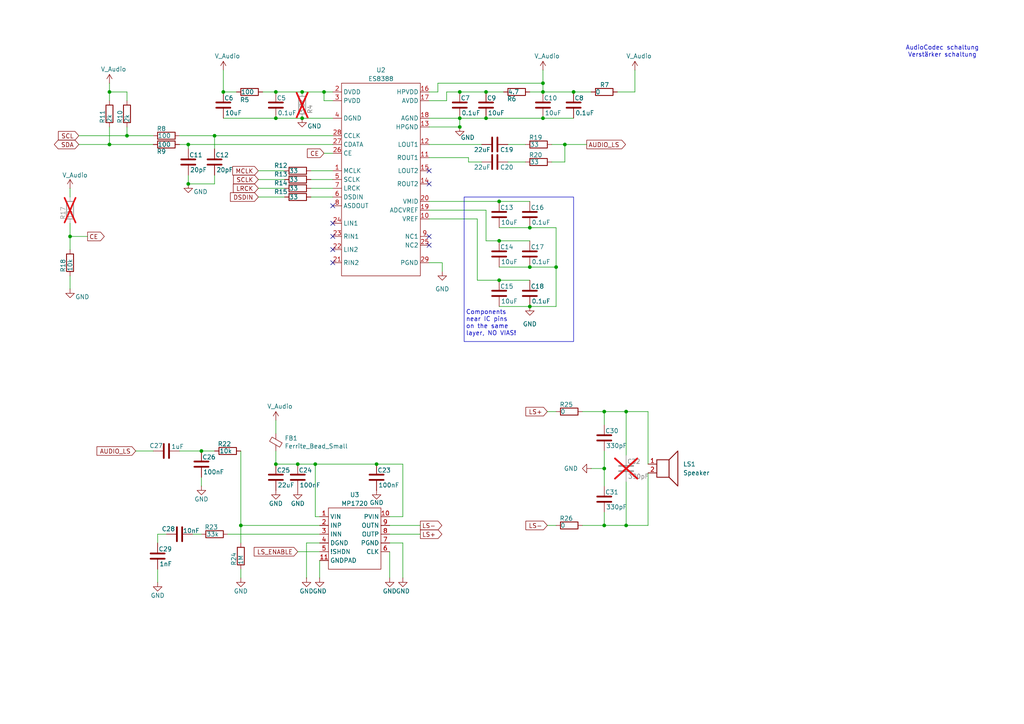
<source format=kicad_sch>
(kicad_sch (version 20231120) (generator "eeschema") (generator_version "8.0")
  (paper "A4")
  (lib_symbols
    (symbol "Device:C" (pin_numbers hide) (pin_names (offset 0.254))
      (property "Reference" "C" (at 0.635 2.54 0))
      (property "Value" "C" (at 0.635 -2.54 0))
      (symbol "C_0_1"
        (polyline (pts (xy -2.032 -0.762) (xy 2.032 -0.762)) (stroke (width 0.508)))
        (polyline (pts (xy -2.032 0.762) (xy 2.032 0.762)) (stroke (width 0.508)))
      )
      (symbol "C_1_1"
        (pin passive line (at 0 3.81 270) (length 2.794) (name "~") (number "1"))
        (pin passive line (at 0 -3.81 90) (length 2.794) (name "~") (number "2"))
      )
    )
    (symbol "Device:FerriteBead_Small" (pin_numbers hide) (pin_names (offset 0))
      (property "Reference" "FB" (at 1.905 1.27 0))
      (property "Value" "FerriteBead_Small" (at 1.905 -1.27 0))
      (symbol "FerriteBead_Small_0_1"
        (polyline (pts (xy 0 -1.27) (xy 0 -0.7874)))
        (polyline (pts (xy 0 0.889) (xy 0 1.2954)))
        (polyline (pts (xy -1.8288 0.2794) (xy -1.1176 1.4986) (xy 1.8288 -0.2032) (xy 1.1176 -1.4224) (xy -1.8288 0.2794)))
      )
      (symbol "FerriteBead_Small_1_1"
        (pin passive line (at 0 2.54 270) (length 1.27) (name "~") (number "1"))
        (pin passive line (at 0 -2.54 90) (length 1.27) (name "~") (number "2"))
      )
    )
    (symbol "Device:R" (pin_numbers hide) (pin_names (offset 0))
      (property "Reference" "R" (at 2.032 0 90))
      (property "Value" "R" (at 0 0 90))
      (symbol "R_0_1"
        (rectangle (start -1.016 -2.54) (end 1.016 2.54) (stroke (width 0.254)))
      )
      (symbol "R_1_1"
        (pin passive line (at 0 3.81 270) (length 1.27) (name "~") (number "1"))
        (pin passive line (at 0 -3.81 90) (length 1.27) (name "~") (number "2"))
      )
    )
    (symbol "Device:Speaker" (pin_names (offset 0) hide)
      (property "Reference" "LS" (at 1.27 5.715 0))
      (property "Value" "Speaker" (at 1.27 3.81 0))
      (symbol "Speaker_0_0"
        (rectangle (start -2.54 1.27) (end 1.016 -3.81) (stroke (width 0.254)))
        (polyline (pts (xy 1.016 1.27) (xy 3.556 3.81) (xy 3.556 -6.35) (xy 1.016 -3.81)) (stroke (width 0.254)))
      )
      (symbol "Speaker_1_1"
        (pin input line (at -5.08 0 0) (length 2.54) (name "1") (number "1"))
        (pin input line (at -5.08 -2.54 0) (length 2.54) (name "2") (number "2"))
      )
    )
    (symbol "Library:ES8388"
      (property "Reference" "U" (at 0 12.954 0))
      (property "Value" "ES8388" (at -0.254 -42.418 0))
      (symbol "ES8388_0_1"
        (rectangle (start -11.43 11.43) (end 11.43 -44.45))
      )
      (symbol "ES8388_1_1"
        (pin input line (at -13.97 -13.97 0) (length 2.54) (name "MCLK") (number "1"))
        (pin input line (at 13.97 -27.94 180) (length 2.54) (name "VREF") (number "10"))
        (pin input line (at 13.97 -10.16 180) (length 2.54) (name "ROUT1") (number "11"))
        (pin input line (at 13.97 -6.35 180) (length 2.54) (name "LOUT1") (number "12"))
        (pin power_in line (at 13.97 -1.27 180) (length 2.54) (name "HPGND") (number "13"))
        (pin input line (at 13.97 -17.78 180) (length 2.54) (name "ROUT2") (number "14"))
        (pin input line (at 13.97 -13.97 180) (length 2.54) (name "LOUT2") (number "15"))
        (pin power_in line (at 13.97 8.89 180) (length 2.54) (name "HPVDD") (number "16"))
        (pin power_in line (at 13.97 6.35 180) (length 2.54) (name "AVDD") (number "17"))
        (pin power_in line (at 13.97 1.27 180) (length 2.54) (name "AGND") (number "18"))
        (pin input line (at 13.97 -25.4 180) (length 2.54) (name "ADCVREF") (number "19"))
        (pin power_in line (at -13.97 8.89 0) (length 2.54) (name "DVDD") (number "2"))
        (pin input line (at 13.97 -22.86 180) (length 2.54) (name "VMID") (number "20"))
        (pin input line (at -13.97 -40.64 0) (length 2.54) (name "RIN2") (number "21"))
        (pin input line (at -13.97 -36.83 0) (length 2.54) (name "LIN2") (number "22"))
        (pin input line (at -13.97 -33.02 0) (length 2.54) (name "RIN1") (number "23"))
        (pin input line (at -13.97 -29.21 0) (length 2.54) (name "LIN1") (number "24"))
        (pin input line (at 13.97 -35.56 180) (length 2.54) (name "NC2") (number "25"))
        (pin input line (at -13.97 -8.89 0) (length 2.54) (name "CE") (number "26"))
        (pin input line (at -13.97 -6.35 0) (length 2.54) (name "CDATA") (number "27"))
        (pin input line (at -13.97 -3.81 0) (length 2.54) (name "CCLK") (number "28"))
        (pin power_in line (at 13.97 -40.64 180) (length 2.54) (name "PGND") (number "29"))
        (pin power_in line (at -13.97 6.35 0) (length 2.54) (name "PVDD") (number "3"))
        (pin power_in line (at -13.97 1.27 0) (length 2.54) (name "DGND") (number "4"))
        (pin input line (at -13.97 -16.51 0) (length 2.54) (name "SCLK") (number "5"))
        (pin input line (at -13.97 -21.59 0) (length 2.54) (name "DSDIN") (number "6"))
        (pin input line (at -13.97 -19.05 0) (length 2.54) (name "LRCK") (number "7"))
        (pin input line (at -13.97 -24.13 0) (length 2.54) (name "ASDOUT") (number "8"))
        (pin input line (at 13.97 -33.02 180) (length 2.54) (name "NC1") (number "9"))
      )
    )
    (symbol "Library:NS4150"
      (property "Reference" "U" (at 0 7.874 0))
      (property "Value" "NS4150" (at -0.254 -12.7 0))
      (symbol "NS4150_0_1"
        (rectangle (start -7.62 6.35) (end 7.62 -11.43))
      )
      (symbol "NS4150_1_1"
        (pin power_in line (at -10.16 3.81 0) (length 2.54) (name "VIN") (number "1"))
        (pin power_in line (at 10.16 3.81 180) (length 2.54) (name "PVIN") (number "10"))
        (pin power_in line (at -10.16 -8.89 0) (length 2.54) (name "GNDPAD") (number "11"))
        (pin input line (at -10.16 1.27 0) (length 2.54) (name "INP") (number "2"))
        (pin input line (at -10.16 -1.27 0) (length 2.54) (name "INN") (number "3"))
        (pin input line (at -10.16 -3.81 0) (length 2.54) (name "DGND") (number "4"))
        (pin input line (at -10.16 -6.35 0) (length 2.54) (name "!SHDN") (number "5"))
        (pin input line (at 10.16 -6.35 180) (length 2.54) (name "CLK") (number "6"))
        (pin power_in line (at 10.16 -3.81 180) (length 2.54) (name "PGND") (number "7"))
        (pin input line (at 10.16 -1.27 180) (length 2.54) (name "OUTP") (number "8"))
        (pin input line (at 10.16 1.27 180) (length 2.54) (name "OUTN") (number "9"))
      )
    )
    (symbol "power:+3.3V" (power) (pin_numbers hide) (pin_names (offset 0) hide)
      (property "Value" "+3.3V" (at 0 3.556 0))
      (symbol "+3.3V_0_1"
        (polyline (pts (xy -0.762 1.27) (xy 0 2.54)))
        (polyline (pts (xy 0 0) (xy 0 2.54)))
        (polyline (pts (xy 0 2.54) (xy 0.762 1.27)))
      )
      (symbol "+3.3V_1_1"
        (pin power_in line (at 0 0 90) (length 0) (name "~") (number "1"))
      )
    )
    (symbol "power:GND" (power) (pin_numbers hide) (pin_names (offset 0) hide)
      (property "Value" "GND" (at 0 -3.81 0))
      (symbol "GND_0_1"
        (polyline (pts (xy 0 0) (xy 0 -1.27) (xy 1.27 -1.27) (xy 0 -2.54) (xy -1.27 -1.27) (xy 0 -1.27)))
      )
      (symbol "GND_1_1"
        (pin power_in line (at 0 0 270) (length 0) (name "~") (number "1"))
      )
    )
  )
  (junction (at 161.29 77.47))
  (junction (at 144.78 69.85))
  (junction (at 181.61 152.4))
  (junction (at 140.97 34.29))
  (junction (at 64.77 26.67))
  (junction (at 153.67 88.9))
  (junction (at 69.85 152.4))
  (junction (at 20.32 68.58))
  (junction (at 153.67 77.47))
  (junction (at 175.26 119.38))
  (junction (at 54.61 53.34))
  (junction (at 91.44 134.62))
  (junction (at 109.22 134.62))
  (junction (at 87.63 26.67))
  (junction (at 144.78 81.28))
  (junction (at 166.37 26.67))
  (junction (at 133.35 26.67))
  (junction (at 80.01 26.67))
  (junction (at 86.36 134.62))
  (junction (at 157.48 24.13))
  (junction (at 133.35 34.29))
  (junction (at 157.48 34.29))
  (junction (at 133.35 36.83))
  (junction (at 175.26 152.4))
  (junction (at 80.01 34.29))
  (junction (at 181.61 119.38))
  (junction (at 62.23 39.37))
  (junction (at 163.83 41.91))
  (junction (at 140.97 26.67))
  (junction (at 31.75 41.91))
  (junction (at 80.01 134.62))
  (junction (at 144.78 58.42))
  (junction (at 87.63 34.29))
  (junction (at 31.75 26.67))
  (junction (at 36.83 39.37))
  (junction (at 153.67 66.04))
  (junction (at 58.42 130.81))
  (junction (at 54.61 41.91))
  (junction (at 157.48 26.67))
  (junction (at 93.98 26.67))
  (junction (at 175.26 135.89))
  (no_connect (at 124.46 53.34))
  (no_connect (at 124.46 68.58))
  (no_connect (at 96.52 64.77))
  (no_connect (at 124.46 71.12))
  (no_connect (at 124.46 49.53))
  (no_connect (at 96.52 59.69))
  (no_connect (at 96.52 68.58))
  (no_connect (at 96.52 76.2))
  (no_connect (at 96.52 72.39))
  (wire (pts (xy 69.85 157.48) (xy 69.85 152.4)))
  (wire (pts (xy 69.85 165.1) (xy 69.85 167.64)))
  (wire (pts (xy 22.86 41.91) (xy 31.75 41.91)))
  (wire (pts (xy 166.37 26.67) (xy 171.45 26.67)))
  (wire (pts (xy 116.84 134.62) (xy 109.22 134.62)))
  (wire (pts (xy 62.23 39.37) (xy 62.23 43.18)))
  (wire (pts (xy 181.61 139.7) (xy 181.61 152.4)))
  (wire (pts (xy 124.46 34.29) (xy 133.35 34.29)))
  (wire (pts (xy 124.46 29.21) (xy 129.54 29.21)))
  (wire (pts (xy 58.42 140.97) (xy 58.42 138.43)))
  (wire (pts (xy 93.98 29.21) (xy 93.98 26.67)))
  (wire (pts (xy 187.96 119.38) (xy 181.61 119.38)))
  (wire (pts (xy 66.04 154.94) (xy 92.71 154.94)))
  (wire (pts (xy 160.02 46.99) (xy 163.83 46.99)))
  (wire (pts (xy 124.46 26.67) (xy 127 26.67)))
  (wire (pts (xy 168.91 152.4) (xy 175.26 152.4)))
  (wire (pts (xy 133.35 26.67) (xy 140.97 26.67)))
  (wire (pts (xy 153.67 26.67) (xy 157.48 26.67)))
  (wire (pts (xy 88.9 157.48) (xy 88.9 167.64)))
  (wire (pts (xy 31.75 26.67) (xy 36.83 26.67)))
  (wire (pts (xy 91.44 134.62) (xy 91.44 149.86)))
  (wire (pts (xy 44.45 39.37) (xy 36.83 39.37)))
  (wire (pts (xy 144.78 81.28) (xy 153.67 81.28)))
  (wire (pts (xy 179.07 26.67) (xy 184.15 26.67)))
  (wire (pts (xy 64.77 34.29) (xy 80.01 34.29)))
  (wire (pts (xy 175.26 130.81) (xy 175.26 135.89)))
  (wire (pts (xy 90.17 52.07) (xy 96.52 52.07)))
  (wire (pts (xy 116.84 157.48) (xy 116.84 167.64)))
  (wire (pts (xy 113.03 149.86) (xy 116.84 149.86)))
  (wire (pts (xy 144.78 66.04) (xy 153.67 66.04)))
  (wire (pts (xy 129.54 26.67) (xy 133.35 26.67)))
  (wire (pts (xy 92.71 149.86) (xy 91.44 149.86)))
  (wire (pts (xy 58.42 130.81) (xy 62.23 130.81)))
  (wire (pts (xy 144.78 88.9) (xy 153.67 88.9)))
  (wire (pts (xy 121.92 154.94) (xy 113.03 154.94)))
  (wire (pts (xy 144.78 58.42) (xy 153.67 58.42)))
  (wire (pts (xy 74.93 49.53) (xy 82.55 49.53)))
  (wire (pts (xy 187.96 134.62) (xy 187.96 119.38)))
  (wire (pts (xy 175.26 119.38) (xy 175.26 123.19)))
  (wire (pts (xy 54.61 43.18) (xy 54.61 41.91)))
  (wire (pts (xy 157.48 24.13) (xy 157.48 26.67)))
  (wire (pts (xy 93.98 44.45) (xy 96.52 44.45)))
  (wire (pts (xy 45.72 157.48) (xy 45.72 154.94)))
  (wire (pts (xy 87.63 26.67) (xy 93.98 26.67)))
  (wire (pts (xy 74.93 52.07) (xy 82.55 52.07)))
  (wire (pts (xy 161.29 77.47) (xy 161.29 88.9)))
  (wire (pts (xy 20.32 64.77) (xy 20.32 68.58)))
  (wire (pts (xy 153.67 77.47) (xy 161.29 77.47)))
  (wire (pts (xy 160.02 41.91) (xy 163.83 41.91)))
  (wire (pts (xy 80.01 121.92) (xy 80.01 125.73)))
  (wire (pts (xy 90.17 54.61) (xy 96.52 54.61)))
  (wire (pts (xy 181.61 132.08) (xy 181.61 119.38)))
  (wire (pts (xy 113.03 160.02) (xy 113.03 167.64)))
  (wire (pts (xy 157.48 20.32) (xy 157.48 24.13)))
  (wire (pts (xy 36.83 39.37) (xy 36.83 36.83)))
  (wire (pts (xy 175.26 148.59) (xy 175.26 152.4)))
  (wire (pts (xy 31.75 36.83) (xy 31.75 41.91)))
  (wire (pts (xy 92.71 162.56) (xy 92.71 167.64)))
  (wire (pts (xy 86.36 160.02) (xy 92.71 160.02)))
  (wire (pts (xy 20.32 54.61) (xy 20.32 57.15)))
  (wire (pts (xy 90.17 49.53) (xy 96.52 49.53)))
  (wire (pts (xy 80.01 130.81) (xy 80.01 134.62)))
  (wire (pts (xy 124.46 58.42) (xy 144.78 58.42)))
  (wire (pts (xy 175.26 152.4) (xy 181.61 152.4)))
  (wire (pts (xy 128.27 78.74) (xy 128.27 76.2)))
  (wire (pts (xy 69.85 130.81) (xy 69.85 152.4)))
  (wire (pts (xy 144.78 77.47) (xy 153.67 77.47)))
  (wire (pts (xy 163.83 46.99) (xy 163.83 41.91)))
  (wire (pts (xy 124.46 63.5) (xy 138.43 63.5)))
  (wire (pts (xy 187.96 152.4) (xy 181.61 152.4)))
  (wire (pts (xy 129.54 29.21) (xy 129.54 26.67)))
  (wire (pts (xy 135.89 45.72) (xy 135.89 46.99)))
  (wire (pts (xy 124.46 36.83) (xy 133.35 36.83)))
  (wire (pts (xy 147.32 41.91) (xy 152.4 41.91)))
  (wire (pts (xy 69.85 152.4) (xy 92.71 152.4)))
  (wire (pts (xy 31.75 24.13) (xy 31.75 26.67)))
  (wire (pts (xy 52.07 39.37) (xy 62.23 39.37)))
  (wire (pts (xy 74.93 57.15) (xy 82.55 57.15)))
  (wire (pts (xy 144.78 69.85) (xy 153.67 69.85)))
  (wire (pts (xy 22.86 39.37) (xy 36.83 39.37)))
  (wire (pts (xy 133.35 36.83) (xy 133.35 34.29)))
  (wire (pts (xy 76.2 26.67) (xy 80.01 26.67)))
  (wire (pts (xy 64.77 26.67) (xy 68.58 26.67)))
  (wire (pts (xy 45.72 168.91) (xy 45.72 165.1)))
  (wire (pts (xy 62.23 53.34) (xy 62.23 50.8)))
  (wire (pts (xy 54.61 41.91) (xy 96.52 41.91)))
  (wire (pts (xy 175.26 135.89) (xy 171.45 135.89)))
  (wire (pts (xy 39.37 130.81) (xy 44.45 130.81)))
  (wire (pts (xy 52.07 130.81) (xy 58.42 130.81)))
  (wire (pts (xy 175.26 119.38) (xy 181.61 119.38)))
  (wire (pts (xy 161.29 66.04) (xy 161.29 77.47)))
  (wire (pts (xy 133.35 34.29) (xy 140.97 34.29)))
  (wire (pts (xy 124.46 45.72) (xy 135.89 45.72)))
  (wire (pts (xy 20.32 68.58) (xy 20.32 72.39)))
  (wire (pts (xy 135.89 46.99) (xy 139.7 46.99)))
  (wire (pts (xy 93.98 26.67) (xy 96.52 26.67)))
  (wire (pts (xy 20.32 68.58) (xy 25.4 68.58)))
  (wire (pts (xy 91.44 134.62) (xy 109.22 134.62)))
  (wire (pts (xy 138.43 81.28) (xy 144.78 81.28)))
  (wire (pts (xy 54.61 53.34) (xy 62.23 53.34)))
  (wire (pts (xy 36.83 26.67) (xy 36.83 29.21)))
  (wire (pts (xy 116.84 149.86) (xy 116.84 134.62)))
  (wire (pts (xy 138.43 63.5) (xy 138.43 81.28)))
  (wire (pts (xy 127 26.67) (xy 127 24.13)))
  (wire (pts (xy 52.07 41.91) (xy 54.61 41.91)))
  (wire (pts (xy 31.75 26.67) (xy 31.75 29.21)))
  (wire (pts (xy 140.97 69.85) (xy 140.97 60.96)))
  (wire (pts (xy 147.32 46.99) (xy 152.4 46.99)))
  (wire (pts (xy 140.97 69.85) (xy 144.78 69.85)))
  (wire (pts (xy 20.32 80.01) (xy 20.32 83.82)))
  (wire (pts (xy 128.27 76.2) (xy 124.46 76.2)))
  (wire (pts (xy 161.29 88.9) (xy 153.67 88.9)))
  (wire (pts (xy 96.52 29.21) (xy 93.98 29.21)))
  (wire (pts (xy 113.03 157.48) (xy 116.84 157.48)))
  (wire (pts (xy 140.97 34.29) (xy 157.48 34.29)))
  (wire (pts (xy 175.26 135.89) (xy 175.26 140.97)))
  (wire (pts (xy 80.01 34.29) (xy 87.63 34.29)))
  (wire (pts (xy 54.61 50.8) (xy 54.61 53.34)))
  (wire (pts (xy 80.01 26.67) (xy 87.63 26.67)))
  (wire (pts (xy 55.88 154.94) (xy 58.42 154.94)))
  (wire (pts (xy 168.91 119.38) (xy 175.26 119.38)))
  (wire (pts (xy 121.92 152.4) (xy 113.03 152.4)))
  (wire (pts (xy 184.15 20.32) (xy 184.15 26.67)))
  (wire (pts (xy 127 24.13) (xy 157.48 24.13)))
  (wire (pts (xy 80.01 134.62) (xy 86.36 134.62)))
  (wire (pts (xy 163.83 41.91) (xy 170.18 41.91)))
  (wire (pts (xy 157.48 26.67) (xy 166.37 26.67)))
  (wire (pts (xy 158.75 152.4) (xy 161.29 152.4)))
  (wire (pts (xy 157.48 34.29) (xy 166.37 34.29)))
  (wire (pts (xy 92.71 157.48) (xy 88.9 157.48)))
  (wire (pts (xy 153.67 66.04) (xy 161.29 66.04)))
  (wire (pts (xy 90.17 57.15) (xy 96.52 57.15)))
  (wire (pts (xy 74.93 54.61) (xy 82.55 54.61)))
  (wire (pts (xy 64.77 20.32) (xy 64.77 26.67)))
  (wire (pts (xy 140.97 26.67) (xy 146.05 26.67)))
  (wire (pts (xy 86.36 134.62) (xy 91.44 134.62)))
  (wire (pts (xy 124.46 41.91) (xy 139.7 41.91)))
  (wire (pts (xy 140.97 60.96) (xy 124.46 60.96)))
  (wire (pts (xy 45.72 154.94) (xy 48.26 154.94)))
  (wire (pts (xy 187.96 137.16) (xy 187.96 152.4)))
  (wire (pts (xy 158.75 119.38) (xy 161.29 119.38)))
  (wire (pts (xy 31.75 41.91) (xy 44.45 41.91)))
  (wire (pts (xy 62.23 39.37) (xy 96.52 39.37)))
  (wire (pts (xy 87.63 34.29) (xy 96.52 34.29)))
  (rectangle (start 134.62 57.15) (end 166.37 99.06))
  (text "AudioCodec schaltung\nVerstärker schaltung\n" (at 273.304 14.986 0) (effects (font (size 1.27 1.27))))
  (text "Components \nnear IC pins \non the same \nlayer, NO VIAS!" (at 135.128 93.726 0) (effects (font (size 1.27 1.27)) (justify left)))
  (global_label "LS-" (shape output) (at 121.92 152.4 0) (property "Intersheetrefs" "${INTERSHEET_REFS}" (effects (hide yes))))
  (global_label "SCL" (shape input) (at 22.86 39.37 180) (property "Intersheetrefs" "${INTERSHEET_REFS}" (effects (hide yes))))
  (global_label "SDA" (shape bidirectional) (at 22.86 41.91 180) (property "Intersheetrefs" "${INTERSHEET_REFS}" (effects (hide yes))))
  (global_label "LS+" (shape input) (at 158.75 119.38 180) (property "Intersheetrefs" "${INTERSHEET_REFS}" (effects (hide yes))))
  (global_label "AUDIO_LS" (shape input) (at 39.37 130.81 180) (property "Intersheetrefs" "${INTERSHEET_REFS}" (effects (hide yes))))
  (global_label "CE" (shape output) (at 25.4 68.58 0) (property "Intersheetrefs" "${INTERSHEET_REFS}" (effects (hide yes))))
  (global_label "LRCK" (shape input) (at 74.93 54.61 180) (property "Intersheetrefs" "${INTERSHEET_REFS}" (effects (hide yes))))
  (global_label "MCLK" (shape input) (at 74.93 49.53 180) (property "Intersheetrefs" "${INTERSHEET_REFS}" (effects (hide yes))))
  (global_label "LS+" (shape output) (at 121.92 154.94 0) (property "Intersheetrefs" "${INTERSHEET_REFS}" (effects (hide yes))))
  (global_label "LS_ENABLE" (shape input) (at 86.36 160.02 180) (property "Intersheetrefs" "${INTERSHEET_REFS}" (effects (hide yes))))
  (global_label "AUDIO_LS" (shape output) (at 170.18 41.91 0) (property "Intersheetrefs" "${INTERSHEET_REFS}" (effects (hide yes))))
  (global_label "SCLK" (shape input) (at 74.93 52.07 180) (property "Intersheetrefs" "${INTERSHEET_REFS}" (effects (hide yes))))
  (global_label "CE" (shape input) (at 93.98 44.45 180) (property "Intersheetrefs" "${INTERSHEET_REFS}" (effects (hide yes))))
  (global_label "LS-" (shape input) (at 158.75 152.4 180) (property "Intersheetrefs" "${INTERSHEET_REFS}" (effects (hide yes))))
  (global_label "DSDIN" (shape input) (at 74.93 57.15 180) (property "Intersheetrefs" "${INTERSHEET_REFS}" (effects (hide yes))))
  (symbol (lib_id "Device:R") (at 69.85 161.29 0) (unit 1)
    (property "Reference" "R24" (at 67.818 164.084 90) (effects (justify left)))
    (property "Value" "1M" (at 69.85 163.83 90) (effects (justify left)))
    (property "Footprint" "Resistor_SMD:R_0805_2012Metric_Pad1.20x1.40mm_HandSolder" (effects (hide yes)))
    (property "Description" "Resistor" (effects (hide yes)))
  )
  (symbol (lib_id "Device:C") (at 157.48 30.48 0) (unit 1)
    (property "Reference" "C10" (at 157.734 28.448 0) (effects (justify left)))
    (property "Value" "10uF" (at 157.988 32.766 0) (effects (justify left)))
    (property "Footprint" "Capacitor_SMD:C_1206_3216Metric_Pad1.33x1.80mm_HandSolder" (effects (hide yes)))
    (property "Description" "Unpolarized capacitor" (effects (hide yes)))
  )
  (symbol (lib_id "Device:C") (at 80.01 138.43 0) (unit 1)
    (property "Reference" "C25" (at 80.264 136.398 0) (effects (justify left)))
    (property "Value" "22uF" (at 80.518 140.716 0) (effects (justify left)))
    (property "Footprint" "Capacitor_SMD:C_0805_2012Metric_Pad1.18x1.45mm_HandSolder" (effects (hide yes)))
    (property "Description" "Unpolarized capacitor" (effects (hide yes)))
  )
  (symbol (lib_id "Device:C") (at 143.51 46.99 270) (unit 1)
    (property "Reference" "C20" (at 145.034 48.514 90) (effects (justify left)))
    (property "Value" "22uF" (at 137.414 48.514 90) (effects (justify left)))
    (property "Footprint" "Capacitor_SMD:C_0805_2012Metric_Pad1.18x1.45mm_HandSolder" (effects (hide yes)))
    (property "Description" "Unpolarized capacitor" (effects (hide yes)))
  )
  (symbol (lib_id "power:GND") (at 153.67 88.9 0) (unit 1)
    (property "Reference" "#PWR024" (effects (hide yes)))
    (property "Value" "GND" (at 153.67 93.98 0))
    (property "Description" "Power symbol creates a global label with name \"GND\" , ground" (effects (hide yes)))
  )
  (symbol (lib_id "Library:ES8388") (at 110.49 35.56 0) (unit 1)
    (property "Reference" "U2" (at 110.49 20.32 0))
    (property "Value" "ES8388" (at 110.49 22.86 0))
    (property "Footprint" "Package_DFN_QFN:QFN-28-1EP_4x4mm_P0.4mm_EP2.3x2.3mm" (effects (hide yes)))
    (property "Datasheet" "file:///C:/data/Schule/BuP/5_Semester/Marvin/MarvinProject/6_Semester/MarvinDatenblaetter/AudioCodecChip/ES8388%20DS.pdf" (effects (hide yes)))
  )
  (symbol (lib_id "Device:R") (at 48.26 41.91 270) (unit 1)
    (property "Reference" "R9" (at 45.466 43.942 90) (effects (justify left)))
    (property "Value" "100" (at 45.72 41.91 90) (effects (justify left)))
    (property "Footprint" "Resistor_SMD:R_0805_2012Metric_Pad1.20x1.40mm_HandSolder" (effects (hide yes)))
    (property "Description" "Resistor" (effects (hide yes)))
  )
  (symbol (lib_id "Device:C") (at 80.01 30.48 0) (unit 1)
    (property "Reference" "C5" (at 80.264 28.448 0) (effects (justify left)))
    (property "Value" "0.1uF" (at 80.518 32.766 0) (effects (justify left)))
    (property "Footprint" "Capacitor_SMD:C_0805_2012Metric_Pad1.18x1.45mm_HandSolder" (effects (hide yes)))
    (property "Description" "Unpolarized capacitor" (effects (hide yes)))
  )
  (symbol (lib_id "Device:R") (at 165.1 119.38 270) (unit 1)
    (property "Reference" "R25" (at 162.306 117.348 90) (effects (justify left)))
    (property "Value" "0" (at 162.56 119.38 90) (effects (justify left)))
    (property "Footprint" "Resistor_SMD:R_0805_2012Metric_Pad1.20x1.40mm_HandSolder" (effects (hide yes)))
    (property "Description" "Resistor" (effects (hide yes)))
  )
  (symbol (lib_id "Device:C") (at 45.72 161.29 0) (unit 1)
    (property "Reference" "C29" (at 45.974 159.258 0) (effects (justify left)))
    (property "Value" "1nF" (at 46.228 163.576 0) (effects (justify left)))
    (property "Footprint" "Capacitor_SMD:C_0805_2012Metric_Pad1.18x1.45mm_HandSolder" (effects (hide yes)))
    (property "Description" "Unpolarized capacitor" (effects (hide yes)))
  )
  (symbol (lib_id "power:GND") (at 171.45 135.89 270) (unit 1)
    (property "Reference" "#PWR030" (effects (hide yes)))
    (property "Value" "GND" (at 167.64 135.8899 90) (effects (justify right)))
    (property "Description" "Power symbol creates a global label with name \"GND\" , ground" (effects (hide yes)))
  )
  (symbol (lib_id "power:GND") (at 88.9 167.64 0) (unit 1)
    (property "Reference" "#PWR029" (effects (hide yes)))
    (property "Value" "GND" (at 88.9 171.45 0))
    (property "Description" "Power symbol creates a global label with name \"GND\" , ground" (effects (hide yes)))
  )
  (symbol (lib_id "Device:C") (at 144.78 62.23 0) (unit 1)
    (property "Reference" "C13" (at 145.034 60.198 0) (effects (justify left)))
    (property "Value" "10uF" (at 145.288 64.516 0) (effects (justify left)))
    (property "Footprint" "Capacitor_SMD:C_1206_3216Metric_Pad1.33x1.80mm_HandSolder" (effects (hide yes)))
    (property "Description" "Unpolarized capacitor" (effects (hide yes)))
  )
  (symbol (lib_id "Device:R") (at 86.36 54.61 270) (unit 1)
    (property "Reference" "R14" (at 79.502 53.086 90) (effects (justify left)))
    (property "Value" "33" (at 83.82 54.61 90) (effects (justify left)))
    (property "Footprint" "Resistor_SMD:R_0805_2012Metric_Pad1.20x1.40mm_HandSolder" (effects (hide yes)))
    (property "Description" "Resistor" (effects (hide yes)))
  )
  (symbol (lib_id "power:+3.3V") (at 157.48 20.32 0) (unit 1)
    (property "Reference" "#PWR044" (effects (hide yes)))
    (property "Value" "V_Audio" (at 154.94 16.256 0) (effects (justify left)))
    (property "Description" "Power symbol creates a global label with name \"+3.3V\"" (effects (hide yes)))
  )
  (symbol (lib_id "Device:C") (at 48.26 130.81 90) (unit 1)
    (property "Reference" "C27" (at 47.244 129.286 90) (effects (justify left)))
    (property "Value" "1uF" (at 53.34 129.54 90) (effects (justify left)))
    (property "Footprint" "Capacitor_SMD:C_0805_2012Metric_Pad1.18x1.45mm_HandSolder" (effects (hide yes)))
    (property "Description" "Unpolarized capacitor" (effects (hide yes)))
  )
  (symbol (lib_id "Device:R") (at 149.86 26.67 270) (unit 1)
    (property "Reference" "R6" (at 147.066 28.702 90) (effects (justify left)))
    (property "Value" "4.7" (at 147.32 26.67 90) (effects (justify left)))
    (property "Footprint" "Resistor_SMD:R_0805_2012Metric_Pad1.20x1.40mm_HandSolder" (effects (hide yes)))
    (property "Description" "Resistor" (effects (hide yes)))
  )
  (symbol (lib_id "power:GND") (at 113.03 167.64 0) (unit 1)
    (property "Reference" "#PWR033" (effects (hide yes)))
    (property "Value" "GND" (at 113.03 171.45 0))
    (property "Description" "Power symbol creates a global label with name \"GND\" , ground" (effects (hide yes)))
  )
  (symbol (lib_id "power:+3.3V") (at 20.32 54.61 0) (unit 1)
    (property "Reference" "#PWR047" (effects (hide yes)))
    (property "Value" "V_Audio" (at 18.034 50.8 0) (effects (justify left)))
    (property "Description" "Power symbol creates a global label with name \"+3.3V\"" (effects (hide yes)))
  )
  (symbol (lib_id "Device:C") (at 144.78 73.66 0) (unit 1)
    (property "Reference" "C14" (at 145.034 71.628 0) (effects (justify left)))
    (property "Value" "10uF" (at 145.288 75.946 0) (effects (justify left)))
    (property "Footprint" "Capacitor_SMD:C_1206_3216Metric_Pad1.33x1.80mm_HandSolder" (effects (hide yes)))
    (property "Description" "Unpolarized capacitor" (effects (hide yes)))
  )
  (symbol (lib_id "Library:NS4150") (at 102.87 153.67 0) (unit 1)
    (property "Reference" "U3" (at 102.87 143.51 0))
    (property "Value" "MP1720" (at 102.87 146.05 0))
    (property "Footprint" "Library:MP1720" (effects (hide yes)))
    (property "Datasheet" "file:///C:/data/Schule/BuP/5_Semester/Marvin/MarvinProject/6_Semester/MarvinDatenblaetter/Verst%C3%A4rker/MP1720.pdf" (effects (hide yes)))
  )
  (symbol (lib_id "Device:C") (at 86.36 138.43 0) (unit 1)
    (property "Reference" "C24" (at 86.614 136.398 0) (effects (justify left)))
    (property "Value" "100nF" (at 86.868 140.716 0) (effects (justify left)))
    (property "Footprint" "Capacitor_SMD:C_0805_2012Metric_Pad1.18x1.45mm_HandSolder" (effects (hide yes)))
    (property "Description" "Unpolarized capacitor" (effects (hide yes)))
  )
  (symbol (lib_id "Device:C") (at 109.22 138.43 0) (unit 1)
    (property "Reference" "C23" (at 109.474 136.398 0) (effects (justify left)))
    (property "Value" "100nF" (at 109.728 140.716 0) (effects (justify left)))
    (property "Footprint" "Capacitor_SMD:C_0805_2012Metric_Pad1.18x1.45mm_HandSolder" (effects (hide yes)))
    (property "Description" "Unpolarized capacitor" (effects (hide yes)))
  )
  (symbol (lib_id "power:GND") (at 45.72 168.91 0) (unit 1)
    (property "Reference" "#PWR036" (effects (hide yes)))
    (property "Value" "GND" (at 45.72 172.72 0))
    (property "Description" "Power symbol creates a global label with name \"GND\" , ground" (effects (hide yes)))
  )
  (symbol (lib_id "power:+3.3V") (at 64.77 20.32 0) (unit 1)
    (property "Reference" "#PWR045" (effects (hide yes)))
    (property "Value" "V_Audio" (at 62.23 16.256 0) (effects (justify left)))
    (property "Description" "Power symbol creates a global label with name \"+3.3V\"" (effects (hide yes)))
  )
  (symbol (lib_id "power:+3.3V") (at 31.75 24.13 0) (unit 1)
    (property "Reference" "#PWR046" (effects (hide yes)))
    (property "Value" "V_Audio" (at 29.21 20.066 0) (effects (justify left)))
    (property "Description" "Power symbol creates a global label with name \"+3.3V\"" (effects (hide yes)))
  )
  (symbol (lib_id "Device:R") (at 66.04 130.81 90) (unit 1)
    (property "Reference" "R22" (at 67.056 128.778 90) (effects (justify left)))
    (property "Value" "10k" (at 67.31 130.81 90) (effects (justify left)))
    (property "Footprint" "Resistor_SMD:R_0805_2012Metric_Pad1.20x1.40mm_HandSolder" (effects (hide yes)))
    (property "Description" "Resistor" (effects (hide yes)))
  )
  (symbol (lib_id "Device:C") (at 64.77 30.48 0) (unit 1)
    (property "Reference" "C6" (at 65.024 28.448 0) (effects (justify left)))
    (property "Value" "10uF" (at 65.278 32.766 0) (effects (justify left)))
    (property "Footprint" "Capacitor_SMD:C_1206_3216Metric_Pad1.33x1.80mm_HandSolder" (effects (hide yes)))
    (property "Description" "Unpolarized capacitor" (effects (hide yes)))
  )
  (symbol (lib_id "Device:R") (at 31.75 33.02 0) (unit 1)
    (property "Reference" "R11" (at 29.718 35.814 90) (effects (justify left)))
    (property "Value" "2k" (at 31.75 35.56 90) (effects (justify left)))
    (property "Footprint" "Resistor_SMD:R_0805_2012Metric_Pad1.20x1.40mm_HandSolder" (effects (hide yes)))
    (property "Description" "Resistor" (effects (hide yes)))
  )
  (symbol (lib_id "power:GND") (at 87.63 34.29 0) (unit 1)
    (property "Reference" "#PWR020" (effects (hide yes)))
    (property "Value" "GND" (at 91.186 36.576 0))
    (property "Description" "Power symbol creates a global label with name \"GND\" , ground" (effects (hide yes)))
  )
  (symbol (lib_id "Device:R") (at 20.32 76.2 0) (unit 1)
    (property "Reference" "R18" (at 18.288 78.994 90) (effects (justify left)))
    (property "Value" "10k" (at 20.32 78.74 90) (effects (justify left)))
    (property "Footprint" "Resistor_SMD:R_0805_2012Metric_Pad1.20x1.40mm_HandSolder" (effects (hide yes)))
    (property "Description" "Resistor" (effects (hide yes)))
  )
  (symbol (lib_id "power:+3.3V") (at 80.01 121.92 0) (unit 1)
    (property "Reference" "#PWR042" (effects (hide yes)))
    (property "Value" "V_Audio" (at 77.47 117.856 0) (effects (justify left)))
    (property "Description" "Power symbol creates a global label with name \"+3.3V\"" (effects (hide yes)))
  )
  (symbol (lib_id "Device:R") (at 48.26 39.37 270) (unit 1)
    (property "Reference" "R8" (at 45.466 37.338 90) (effects (justify left)))
    (property "Value" "100" (at 45.72 39.37 90) (effects (justify left)))
    (property "Footprint" "Resistor_SMD:R_0805_2012Metric_Pad1.20x1.40mm_HandSolder" (effects (hide yes)))
    (property "Description" "Resistor" (effects (hide yes)))
  )
  (symbol (lib_id "Device:R") (at 87.63 30.48 0) (unit 1) (dnp yes)
    (property "Reference" "R4" (at 89.916 33.02 90) (effects (justify left)))
    (property "Value" "3.3k" (at 87.63 33.02 90) (effects (justify left)))
    (property "Footprint" "Resistor_SMD:R_0805_2012Metric_Pad1.20x1.40mm_HandSolder" (effects (hide yes)))
    (property "Description" "Resistor" (effects (hide yes)))
  )
  (symbol (lib_id "power:GND") (at 128.27 78.74 0) (unit 1)
    (property "Reference" "#PWR023" (effects (hide yes)))
    (property "Value" "GND" (at 128.27 83.82 0))
    (property "Description" "Power symbol creates a global label with name \"GND\" , ground" (effects (hide yes)))
  )
  (symbol (lib_id "Device:R") (at 86.36 57.15 270) (unit 1)
    (property "Reference" "R15" (at 79.502 55.626 90) (effects (justify left)))
    (property "Value" "33" (at 83.82 57.15 90) (effects (justify left)))
    (property "Footprint" "Resistor_SMD:R_0805_2012Metric_Pad1.20x1.40mm_HandSolder" (effects (hide yes)))
    (property "Description" "Resistor" (effects (hide yes)))
  )
  (symbol (lib_id "power:GND") (at 133.35 36.83 0) (unit 1)
    (property "Reference" "#PWR021" (effects (hide yes)))
    (property "Value" "GND" (at 135.636 39.878 0))
    (property "Description" "Power symbol creates a global label with name \"GND\" , ground" (effects (hide yes)))
  )
  (symbol (lib_id "Device:C") (at 175.26 144.78 0) (unit 1)
    (property "Reference" "C31" (at 175.514 142.748 0) (effects (justify left)))
    (property "Value" "330pF" (at 175.768 147.066 0) (effects (justify left)))
    (property "Footprint" "Capacitor_SMD:C_0805_2012Metric_Pad1.18x1.45mm_HandSolder" (effects (hide yes)))
    (property "Description" "Unpolarized capacitor" (effects (hide yes)))
  )
  (symbol (lib_id "Device:R") (at 156.21 41.91 270) (unit 1)
    (property "Reference" "R19" (at 153.416 39.878 90) (effects (justify left)))
    (property "Value" "33" (at 153.67 41.91 90) (effects (justify left)))
    (property "Footprint" "Resistor_SMD:R_0805_2012Metric_Pad1.20x1.40mm_HandSolder" (effects (hide yes)))
    (property "Description" "Resistor" (effects (hide yes)))
  )
  (symbol (lib_id "Device:R") (at 86.36 49.53 270) (unit 1)
    (property "Reference" "R12" (at 79.502 48.006 90) (effects (justify left)))
    (property "Value" "33" (at 83.82 49.53 90) (effects (justify left)))
    (property "Footprint" "Resistor_SMD:R_0805_2012Metric_Pad1.20x1.40mm_HandSolder" (effects (hide yes)))
    (property "Description" "Resistor" (effects (hide yes)))
  )
  (symbol (lib_id "Device:R") (at 62.23 154.94 90) (unit 1)
    (property "Reference" "R23" (at 63.246 152.908 90) (effects (justify left)))
    (property "Value" "33k" (at 63.5 154.94 90) (effects (justify left)))
    (property "Footprint" "Resistor_SMD:R_0805_2012Metric_Pad1.20x1.40mm_HandSolder" (effects (hide yes)))
    (property "Description" "Resistor" (effects (hide yes)))
  )
  (symbol (lib_id "power:GND") (at 92.71 167.64 0) (unit 1)
    (property "Reference" "#PWR032" (effects (hide yes)))
    (property "Value" "GND" (at 92.71 171.45 0))
    (property "Description" "Power symbol creates a global label with name \"GND\" , ground" (effects (hide yes)))
  )
  (symbol (lib_id "Device:R") (at 175.26 26.67 270) (unit 1)
    (property "Reference" "R7" (at 173.99 24.638 90) (effects (justify left)))
    (property "Value" "0" (at 172.72 26.67 90) (effects (justify left)))
    (property "Footprint" "Resistor_SMD:R_0805_2012Metric_Pad1.20x1.40mm_HandSolder" (effects (hide yes)))
    (property "Description" "Resistor" (effects (hide yes)))
  )
  (symbol (lib_id "Device:C") (at 175.26 127 0) (unit 1)
    (property "Reference" "C30" (at 175.514 124.968 0) (effects (justify left)))
    (property "Value" "330pF" (at 175.768 129.286 0) (effects (justify left)))
    (property "Footprint" "Capacitor_SMD:C_0805_2012Metric_Pad1.18x1.45mm_HandSolder" (effects (hide yes)))
    (property "Description" "Unpolarized capacitor" (effects (hide yes)))
  )
  (symbol (lib_id "Device:C") (at 140.97 30.48 0) (unit 1)
    (property "Reference" "C9" (at 141.224 28.448 0) (effects (justify left)))
    (property "Value" "10uF" (at 141.478 32.766 0) (effects (justify left)))
    (property "Footprint" "Capacitor_SMD:C_1206_3216Metric_Pad1.33x1.80mm_HandSolder" (effects (hide yes)))
    (property "Description" "Unpolarized capacitor" (effects (hide yes)))
  )
  (symbol (lib_id "Device:C") (at 166.37 30.48 0) (unit 1)
    (property "Reference" "C8" (at 166.624 28.448 0) (effects (justify left)))
    (property "Value" "0.1uF" (at 166.878 32.766 0) (effects (justify left)))
    (property "Footprint" "Capacitor_SMD:C_0805_2012Metric_Pad1.18x1.45mm_HandSolder" (effects (hide yes)))
    (property "Description" "Unpolarized capacitor" (effects (hide yes)))
  )
  (symbol (lib_id "power:GND") (at 20.32 83.82 0) (unit 1)
    (property "Reference" "#PWR025" (effects (hide yes)))
    (property "Value" "GND" (at 23.876 86.106 0))
    (property "Description" "Power symbol creates a global label with name \"GND\" , ground" (effects (hide yes)))
  )
  (symbol (lib_id "power:GND") (at 69.85 167.64 0) (unit 1)
    (property "Reference" "#PWR037" (effects (hide yes)))
    (property "Value" "GND" (at 69.85 171.45 0))
    (property "Description" "Power symbol creates a global label with name \"GND\" , ground" (effects (hide yes)))
  )
  (symbol (lib_id "Device:R") (at 86.36 52.07 270) (unit 1)
    (property "Reference" "R13" (at 79.502 50.546 90) (effects (justify left)))
    (property "Value" "33" (at 83.82 52.07 90) (effects (justify left)))
    (property "Footprint" "Resistor_SMD:R_0805_2012Metric_Pad1.20x1.40mm_HandSolder" (effects (hide yes)))
    (property "Description" "Resistor" (effects (hide yes)))
  )
  (symbol (lib_id "Device:C") (at 153.67 85.09 0) (unit 1)
    (property "Reference" "C18" (at 153.924 83.058 0) (effects (justify left)))
    (property "Value" "0.1uF" (at 154.178 87.376 0) (effects (justify left)))
    (property "Footprint" "Capacitor_SMD:C_0805_2012Metric_Pad1.18x1.45mm_HandSolder" (effects (hide yes)))
    (property "Description" "Unpolarized capacitor" (effects (hide yes)))
  )
  (symbol (lib_id "Device:C") (at 54.61 46.99 0) (unit 1)
    (property "Reference" "C11" (at 54.864 44.958 0) (effects (justify left)))
    (property "Value" "20pF" (at 55.118 49.276 0) (effects (justify left)))
    (property "Footprint" "Capacitor_SMD:C_0805_2012Metric_Pad1.18x1.45mm_HandSolder" (effects (hide yes)))
    (property "Description" "Unpolarized capacitor" (effects (hide yes)))
  )
  (symbol (lib_id "Device:R") (at 165.1 152.4 270) (unit 1)
    (property "Reference" "R26" (at 162.306 150.368 90) (effects (justify left)))
    (property "Value" "0" (at 162.56 152.4 90) (effects (justify left)))
    (property "Footprint" "Resistor_SMD:R_0805_2012Metric_Pad1.20x1.40mm_HandSolder" (effects (hide yes)))
    (property "Description" "Resistor" (effects (hide yes)))
  )
  (symbol (lib_id "power:GND") (at 58.42 140.97 0) (unit 1)
    (property "Reference" "#PWR035" (effects (hide yes)))
    (property "Value" "GND" (at 58.42 144.78 0))
    (property "Description" "Power symbol creates a global label with name \"GND\" , ground" (effects (hide yes)))
  )
  (symbol (lib_id "Device:Speaker") (at 193.04 134.62 0) (unit 1)
    (property "Reference" "LS1" (at 198.12 134.6199 0) (effects (justify left)))
    (property "Value" "Speaker" (at 198.12 137.1599 0) (effects (justify left)))
    (property "Footprint" "Library:LS" (effects (hide yes)))
    (property "Description" "Speaker" (effects (hide yes)))
  )
  (symbol (lib_id "Device:C") (at 62.23 46.99 0) (unit 1)
    (property "Reference" "C12" (at 62.484 44.958 0) (effects (justify left)))
    (property "Value" "20pF" (at 62.738 49.276 0) (effects (justify left)))
    (property "Footprint" "Capacitor_SMD:C_0805_2012Metric_Pad1.18x1.45mm_HandSolder" (effects (hide yes)))
    (property "Description" "Unpolarized capacitor" (effects (hide yes)))
  )
  (symbol (lib_id "power:+3.3V") (at 184.15 20.32 0) (unit 1)
    (property "Reference" "#PWR043" (effects (hide yes)))
    (property "Value" "V_Audio" (at 181.61 16.256 0) (effects (justify left)))
    (property "Description" "Power symbol creates a global label with name \"+3.3V\"" (effects (hide yes)))
  )
  (symbol (lib_id "Device:FerriteBead_Small") (at 80.01 128.27 0) (unit 1)
    (property "Reference" "FB1" (at 82.55 127.1016 0) (effects (justify left)))
    (property "Value" "Ferrite_Bead_Small" (at 82.55 129.413 0) (effects (justify left)))
    (property "Footprint" "Inductor_SMD:L_0805_2012Metric" (effects (hide yes)))
    (property "OrderNumber" "732-1613-1-ND" (effects (hide yes)))
    (property "Supplier" "Digikey" (effects (hide yes)))
  )
  (symbol (lib_id "Device:C") (at 58.42 134.62 0) (unit 1)
    (property "Reference" "C26" (at 58.674 132.588 0) (effects (justify left)))
    (property "Value" "100nF" (at 58.928 136.906 0) (effects (justify left)))
    (property "Footprint" "Capacitor_SMD:C_0805_2012Metric_Pad1.18x1.45mm_HandSolder" (effects (hide yes)))
    (property "Description" "Unpolarized capacitor" (effects (hide yes)))
  )
  (symbol (lib_id "power:GND") (at 54.61 53.34 0) (unit 1)
    (property "Reference" "#PWR022" (effects (hide yes)))
    (property "Value" "GND" (at 58.166 55.626 0))
    (property "Description" "Power symbol creates a global label with name \"GND\" , ground" (effects (hide yes)))
  )
  (symbol (lib_id "Device:R") (at 72.39 26.67 270) (unit 1)
    (property "Reference" "R5" (at 69.596 28.956 90) (effects (justify left)))
    (property "Value" "100" (at 69.85 26.67 90) (effects (justify left)))
    (property "Footprint" "Resistor_SMD:R_0805_2012Metric_Pad1.20x1.40mm_HandSolder" (effects (hide yes)))
    (property "Description" "Resistor" (effects (hide yes)))
  )
  (symbol (lib_id "Device:R") (at 36.83 33.02 0) (unit 1)
    (property "Reference" "R10" (at 34.798 35.814 90) (effects (justify left)))
    (property "Value" "2k" (at 36.83 35.56 90) (effects (justify left)))
    (property "Footprint" "Resistor_SMD:R_0805_2012Metric_Pad1.20x1.40mm_HandSolder" (effects (hide yes)))
    (property "Description" "Resistor" (effects (hide yes)))
  )
  (symbol (lib_id "Device:R") (at 20.32 60.96 0) (unit 1) (dnp yes)
    (property "Reference" "R17" (at 18.288 63.754 90) (effects (justify left)))
    (property "Value" "10k" (at 20.32 63.5 90) (effects (justify left)))
    (property "Footprint" "Resistor_SMD:R_0805_2012Metric_Pad1.20x1.40mm_HandSolder" (effects (hide yes)))
    (property "Description" "Resistor" (effects (hide yes)))
  )
  (symbol (lib_id "Device:C") (at 143.51 41.91 270) (unit 1)
    (property "Reference" "C19" (at 145.034 43.434 90) (effects (justify left)))
    (property "Value" "22uF" (at 137.414 43.434 90) (effects (justify left)))
    (property "Footprint" "Capacitor_SMD:C_0805_2012Metric_Pad1.18x1.45mm_HandSolder" (effects (hide yes)))
    (property "Description" "Unpolarized capacitor" (effects (hide yes)))
  )
  (symbol (lib_id "Device:C") (at 153.67 62.23 0) (unit 1)
    (property "Reference" "C16" (at 153.924 60.198 0) (effects (justify left)))
    (property "Value" "0.1uF" (at 154.178 64.516 0) (effects (justify left)))
    (property "Footprint" "Capacitor_SMD:C_0805_2012Metric_Pad1.18x1.45mm_HandSolder" (effects (hide yes)))
    (property "Description" "Unpolarized capacitor" (effects (hide yes)))
  )
  (symbol (lib_id "Device:C") (at 181.61 135.89 0) (unit 1) (dnp yes)
    (property "Reference" "C32" (at 181.864 133.858 0) (effects (justify left)))
    (property "Value" "390pF" (at 182.118 138.176 0) (effects (justify left)))
    (property "Footprint" "Capacitor_SMD:C_0805_2012Metric_Pad1.18x1.45mm_HandSolder" (effects (hide yes)))
    (property "Description" "Unpolarized capacitor" (effects (hide yes)))
  )
  (symbol (lib_id "power:GND") (at 86.36 142.24 0) (unit 1)
    (property "Reference" "#PWR027" (effects (hide yes)))
    (property "Value" "GND" (at 86.36 146.05 0))
    (property "Description" "Power symbol creates a global label with name \"GND\" , ground" (effects (hide yes)))
  )
  (symbol (lib_id "power:GND") (at 116.84 167.64 0) (unit 1)
    (property "Reference" "#PWR034" (effects (hide yes)))
    (property "Value" "GND" (at 116.84 171.45 0))
    (property "Description" "Power symbol creates a global label with name \"GND\" , ground" (effects (hide yes)))
  )
  (symbol (lib_id "power:GND") (at 109.22 142.24 0) (unit 1)
    (property "Reference" "#PWR026" (effects (hide yes)))
    (property "Value" "GND" (at 109.22 145.796 0))
    (property "Description" "Power symbol creates a global label with name \"GND\" , ground" (effects (hide yes)))
  )
  (symbol (lib_id "Device:C") (at 153.67 73.66 0) (unit 1)
    (property "Reference" "C17" (at 153.924 71.628 0) (effects (justify left)))
    (property "Value" "0.1uF" (at 154.178 75.946 0) (effects (justify left)))
    (property "Footprint" "Capacitor_SMD:C_0805_2012Metric_Pad1.18x1.45mm_HandSolder" (effects (hide yes)))
    (property "Description" "Unpolarized capacitor" (effects (hide yes)))
  )
  (symbol (lib_id "Device:R") (at 156.21 46.99 270) (unit 1)
    (property "Reference" "R20" (at 153.416 44.958 90) (effects (justify left)))
    (property "Value" "33" (at 153.67 46.99 90) (effects (justify left)))
    (property "Footprint" "Resistor_SMD:R_0805_2012Metric_Pad1.20x1.40mm_HandSolder" (effects (hide yes)))
    (property "Description" "Resistor" (effects (hide yes)))
  )
  (symbol (lib_id "Device:C") (at 144.78 85.09 0) (unit 1)
    (property "Reference" "C15" (at 145.034 83.058 0) (effects (justify left)))
    (property "Value" "10uF" (at 145.288 87.376 0) (effects (justify left)))
    (property "Footprint" "Capacitor_SMD:C_1206_3216Metric_Pad1.33x1.80mm_HandSolder" (effects (hide yes)))
    (property "Description" "Unpolarized capacitor" (effects (hide yes)))
  )
  (symbol (lib_id "power:GND") (at 80.01 142.24 0) (unit 1)
    (property "Reference" "#PWR028" (effects (hide yes)))
    (property "Value" "GND" (at 80.01 146.05 0))
    (property "Description" "Power symbol creates a global label with name \"GND\" , ground" (effects (hide yes)))
  )
  (symbol (lib_id "Device:C") (at 133.35 30.48 0) (unit 1)
    (property "Reference" "C7" (at 133.604 28.448 0) (effects (justify left)))
    (property "Value" "0.1uF" (at 133.858 32.766 0) (effects (justify left)))
    (property "Footprint" "Capacitor_SMD:C_0805_2012Metric_Pad1.18x1.45mm_HandSolder" (effects (hide yes)))
    (property "Description" "Unpolarized capacitor" (effects (hide yes)))
  )
  (symbol (lib_id "Device:C") (at 52.07 154.94 90) (unit 1)
    (property "Reference" "C28" (at 50.8 153.416 90) (effects (justify left)))
    (property "Value" "10nF" (at 57.912 153.924 90) (effects (justify left)))
    (property "Footprint" "Capacitor_SMD:C_0805_2012Metric_Pad1.18x1.45mm_HandSolder" (effects (hide yes)))
    (property "Description" "Unpolarized capacitor" (effects (hide yes)))
  )
)
</source>
